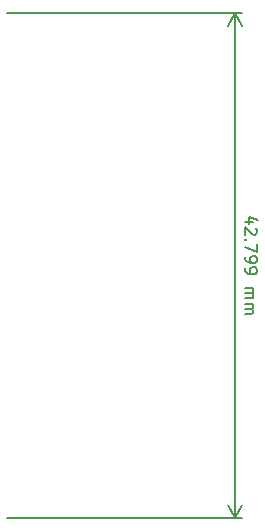
<source format=gbr>
%TF.GenerationSoftware,KiCad,Pcbnew,5.1.9+dfsg1-1*%
%TF.CreationDate,2022-03-08T22:31:31+00:00*%
%TF.ProjectId,guante metaversal,6775616e-7465-4206-9d65-746176657273,rev?*%
%TF.SameCoordinates,Original*%
%TF.FileFunction,OtherDrawing,Comment*%
%FSLAX46Y46*%
G04 Gerber Fmt 4.6, Leading zero omitted, Abs format (unit mm)*
G04 Created by KiCad (PCBNEW 5.1.9+dfsg1-1) date 2022-03-08 22:31:31*
%MOMM*%
%LPD*%
G01*
G04 APERTURE LIST*
%ADD10C,0.150000*%
G04 APERTURE END LIST*
D10*
X203952285Y-111204833D02*
X203285619Y-111204833D01*
X204333238Y-110966738D02*
X203618952Y-110728642D01*
X203618952Y-111347690D01*
X204190380Y-111681023D02*
X204238000Y-111728642D01*
X204285619Y-111823880D01*
X204285619Y-112061976D01*
X204238000Y-112157214D01*
X204190380Y-112204833D01*
X204095142Y-112252452D01*
X203999904Y-112252452D01*
X203857047Y-112204833D01*
X203285619Y-111633404D01*
X203285619Y-112252452D01*
X203380857Y-112681023D02*
X203333238Y-112728642D01*
X203285619Y-112681023D01*
X203333238Y-112633404D01*
X203380857Y-112681023D01*
X203285619Y-112681023D01*
X204285619Y-113061976D02*
X204285619Y-113728642D01*
X203285619Y-113300071D01*
X203285619Y-114157214D02*
X203285619Y-114347690D01*
X203333238Y-114442928D01*
X203380857Y-114490547D01*
X203523714Y-114585785D01*
X203714190Y-114633404D01*
X204095142Y-114633404D01*
X204190380Y-114585785D01*
X204238000Y-114538166D01*
X204285619Y-114442928D01*
X204285619Y-114252452D01*
X204238000Y-114157214D01*
X204190380Y-114109595D01*
X204095142Y-114061976D01*
X203857047Y-114061976D01*
X203761809Y-114109595D01*
X203714190Y-114157214D01*
X203666571Y-114252452D01*
X203666571Y-114442928D01*
X203714190Y-114538166D01*
X203761809Y-114585785D01*
X203857047Y-114633404D01*
X203285619Y-115109595D02*
X203285619Y-115300071D01*
X203333238Y-115395309D01*
X203380857Y-115442928D01*
X203523714Y-115538166D01*
X203714190Y-115585785D01*
X204095142Y-115585785D01*
X204190380Y-115538166D01*
X204238000Y-115490547D01*
X204285619Y-115395309D01*
X204285619Y-115204833D01*
X204238000Y-115109595D01*
X204190380Y-115061976D01*
X204095142Y-115014357D01*
X203857047Y-115014357D01*
X203761809Y-115061976D01*
X203714190Y-115109595D01*
X203666571Y-115204833D01*
X203666571Y-115395309D01*
X203714190Y-115490547D01*
X203761809Y-115538166D01*
X203857047Y-115585785D01*
X203285619Y-116776261D02*
X203952285Y-116776261D01*
X203857047Y-116776261D02*
X203904666Y-116823880D01*
X203952285Y-116919119D01*
X203952285Y-117061976D01*
X203904666Y-117157214D01*
X203809428Y-117204833D01*
X203285619Y-117204833D01*
X203809428Y-117204833D02*
X203904666Y-117252452D01*
X203952285Y-117347690D01*
X203952285Y-117490547D01*
X203904666Y-117585785D01*
X203809428Y-117633404D01*
X203285619Y-117633404D01*
X203285619Y-118109595D02*
X203952285Y-118109595D01*
X203857047Y-118109595D02*
X203904666Y-118157214D01*
X203952285Y-118252452D01*
X203952285Y-118395309D01*
X203904666Y-118490547D01*
X203809428Y-118538166D01*
X203285619Y-118538166D01*
X203809428Y-118538166D02*
X203904666Y-118585785D01*
X203952285Y-118681023D01*
X203952285Y-118823880D01*
X203904666Y-118919119D01*
X203809428Y-118966738D01*
X203285619Y-118966738D01*
X202438000Y-93472000D02*
X202438000Y-136271000D01*
X183134000Y-93472000D02*
X203024421Y-93472000D01*
X183134000Y-136271000D02*
X203024421Y-136271000D01*
X202438000Y-136271000D02*
X201851579Y-135144496D01*
X202438000Y-136271000D02*
X203024421Y-135144496D01*
X202438000Y-93472000D02*
X201851579Y-94598504D01*
X202438000Y-93472000D02*
X203024421Y-94598504D01*
M02*

</source>
